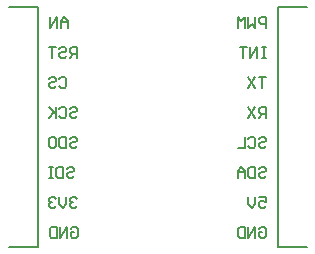
<source format=gbo>
G04 Layer_Color=32896*
%FSLAX25Y25*%
%MOIN*%
G70*
G01*
G75*
%ADD42C,0.00800*%
D42*
X40000Y10000D02*
X49700D01*
X-49700D02*
X-40000D01*
X40000D02*
Y90000D01*
X49700D01*
X-49700D02*
X-40000D01*
Y10000D02*
Y90000D01*
X-29333Y55916D02*
X-28749Y56499D01*
X-27583D01*
X-27000Y55916D01*
Y55333D01*
X-27583Y54749D01*
X-28749D01*
X-29333Y54166D01*
Y53583D01*
X-28749Y53000D01*
X-27583D01*
X-27000Y53583D01*
X-32831Y55916D02*
X-32248Y56499D01*
X-31082D01*
X-30499Y55916D01*
Y53583D01*
X-31082Y53000D01*
X-32248D01*
X-32831Y53583D01*
X-33998Y56499D02*
Y53000D01*
Y54166D01*
X-36330Y56499D01*
X-34581Y54749D01*
X-36330Y53000D01*
X-30000Y83000D02*
Y85333D01*
X-31166Y86499D01*
X-32333Y85333D01*
Y83000D01*
Y84749D01*
X-30000D01*
X-33499Y83000D02*
Y86499D01*
X-35831Y83000D01*
Y86499D01*
X36000Y66499D02*
X33667D01*
X34834D01*
Y63000D01*
X32501Y66499D02*
X30169Y63000D01*
Y66499D02*
X32501Y63000D01*
X36000Y53000D02*
Y56499D01*
X34251D01*
X33667Y55916D01*
Y54749D01*
X34251Y54166D01*
X36000D01*
X34834D02*
X33667Y53000D01*
X32501Y56499D02*
X30169Y53000D01*
Y56499D02*
X32501Y53000D01*
X33667Y26499D02*
X36000D01*
Y24749D01*
X34834Y25333D01*
X34251D01*
X33667Y24749D01*
Y23583D01*
X34251Y23000D01*
X35417D01*
X36000Y23583D01*
X32501Y26499D02*
Y24166D01*
X31335Y23000D01*
X30169Y24166D01*
Y26499D01*
X33667Y15916D02*
X34251Y16499D01*
X35417D01*
X36000Y15916D01*
Y13583D01*
X35417Y13000D01*
X34251D01*
X33667Y13583D01*
Y14749D01*
X34834D01*
X32501Y13000D02*
Y16499D01*
X30169Y13000D01*
Y16499D01*
X29002D02*
Y13000D01*
X27253D01*
X26670Y13583D01*
Y15916D01*
X27253Y16499D01*
X29002D01*
X36000Y83000D02*
Y86499D01*
X34251D01*
X33667Y85916D01*
Y84749D01*
X34251Y84166D01*
X36000D01*
X32501Y86499D02*
Y83000D01*
X31335Y84166D01*
X30169Y83000D01*
Y86499D01*
X29002Y83000D02*
Y86499D01*
X27836Y85333D01*
X26670Y86499D01*
Y83000D01*
X-27000Y73000D02*
Y76499D01*
X-28749D01*
X-29333Y75916D01*
Y74749D01*
X-28749Y74166D01*
X-27000D01*
X-28166D02*
X-29333Y73000D01*
X-32831Y75916D02*
X-32248Y76499D01*
X-31082D01*
X-30499Y75916D01*
Y75333D01*
X-31082Y74749D01*
X-32248D01*
X-32831Y74166D01*
Y73583D01*
X-32248Y73000D01*
X-31082D01*
X-30499Y73583D01*
X-33998Y76499D02*
X-36330D01*
X-35164D01*
Y73000D01*
X33667Y35916D02*
X34251Y36499D01*
X35417D01*
X36000Y35916D01*
Y35333D01*
X35417Y34749D01*
X34251D01*
X33667Y34166D01*
Y33583D01*
X34251Y33000D01*
X35417D01*
X36000Y33583D01*
X32501Y36499D02*
Y33000D01*
X30752D01*
X30169Y33583D01*
Y35916D01*
X30752Y36499D01*
X32501D01*
X29002Y33000D02*
Y35333D01*
X27836Y36499D01*
X26670Y35333D01*
Y33000D01*
Y34749D01*
X29002D01*
X-29333Y45916D02*
X-28749Y46499D01*
X-27583D01*
X-27000Y45916D01*
Y45333D01*
X-27583Y44749D01*
X-28749D01*
X-29333Y44166D01*
Y43583D01*
X-28749Y43000D01*
X-27583D01*
X-27000Y43583D01*
X-30499Y46499D02*
Y43000D01*
X-32248D01*
X-32831Y43583D01*
Y45916D01*
X-32248Y46499D01*
X-30499D01*
X-35747D02*
X-34581D01*
X-33998Y45916D01*
Y43583D01*
X-34581Y43000D01*
X-35747D01*
X-36330Y43583D01*
Y45916D01*
X-35747Y46499D01*
X-27000Y25916D02*
X-27583Y26499D01*
X-28749D01*
X-29333Y25916D01*
Y25333D01*
X-28749Y24749D01*
X-28166D01*
X-28749D01*
X-29333Y24166D01*
Y23583D01*
X-28749Y23000D01*
X-27583D01*
X-27000Y23583D01*
X-30499Y26499D02*
Y24166D01*
X-31665Y23000D01*
X-32831Y24166D01*
Y26499D01*
X-33998Y25916D02*
X-34581Y26499D01*
X-35747D01*
X-36330Y25916D01*
Y25333D01*
X-35747Y24749D01*
X-35164D01*
X-35747D01*
X-36330Y24166D01*
Y23583D01*
X-35747Y23000D01*
X-34581D01*
X-33998Y23583D01*
X-29032Y15916D02*
X-28449Y16499D01*
X-27283D01*
X-26700Y15916D01*
Y13583D01*
X-27283Y13000D01*
X-28449D01*
X-29032Y13583D01*
Y14749D01*
X-27866D01*
X-30199Y13000D02*
Y16499D01*
X-32531Y13000D01*
Y16499D01*
X-33698D02*
Y13000D01*
X-35447D01*
X-36030Y13583D01*
Y15916D01*
X-35447Y16499D01*
X-33698D01*
X-32833Y65916D02*
X-32249Y66499D01*
X-31083D01*
X-30500Y65916D01*
Y63583D01*
X-31083Y63000D01*
X-32249D01*
X-32833Y63583D01*
X-36331Y65916D02*
X-35748Y66499D01*
X-34582D01*
X-33999Y65916D01*
Y65333D01*
X-34582Y64749D01*
X-35748D01*
X-36331Y64166D01*
Y63583D01*
X-35748Y63000D01*
X-34582D01*
X-33999Y63583D01*
X-30333Y35916D02*
X-29749Y36499D01*
X-28583D01*
X-28000Y35916D01*
Y35333D01*
X-28583Y34749D01*
X-29749D01*
X-30333Y34166D01*
Y33583D01*
X-29749Y33000D01*
X-28583D01*
X-28000Y33583D01*
X-31499Y36499D02*
Y33000D01*
X-33248D01*
X-33832Y33583D01*
Y35916D01*
X-33248Y36499D01*
X-31499D01*
X-34998D02*
X-36164D01*
X-35581D01*
Y33000D01*
X-34998D01*
X-36164D01*
X36000Y76499D02*
X34834D01*
X35417D01*
Y73000D01*
X36000D01*
X34834D01*
X33084D02*
Y76499D01*
X30752Y73000D01*
Y76499D01*
X29585D02*
X27253D01*
X28419D01*
Y73000D01*
X33667Y45916D02*
X34251Y46499D01*
X35417D01*
X36000Y45916D01*
Y45333D01*
X35417Y44749D01*
X34251D01*
X33667Y44166D01*
Y43583D01*
X34251Y43000D01*
X35417D01*
X36000Y43583D01*
X30169Y45916D02*
X30752Y46499D01*
X31918D01*
X32501Y45916D01*
Y43583D01*
X31918Y43000D01*
X30752D01*
X30169Y43583D01*
X29002Y46499D02*
Y43000D01*
X26670D01*
M02*

</source>
